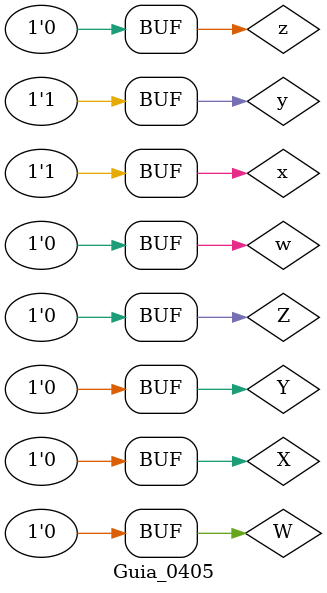
<source format=v>


module SoP (output s1,
            output s2,
            output s3,
            output s4,
            output s5,
            input  x, y, w, z); // mintermos 
 assign s = ( ~x &  y )   // 1 
          | (  x & ~y );  // 2 
endmodule // SoP

// --------------------- 
// PoS 
// --------------------- 

module PoS (output S1,
            output S2,
            output S3,
            output S4,
            output S5,
            input  X, Y, W, Z); 
            // MAXTERMOS 
 assign S = (  X |  Y )  // 0 
          & ( ~X | ~Y ); // 3 
endmodule // PoS 

// --------------------- 
// Guia_0405 
// --------------------- 

module Guia_0405; 
    reg   x = 0, y = 0, w = 0, z = 0; 
    reg   X = 0, Y = 0, W = 0, Z = 0; 
    wire  s1, s2, s3, s4, s5; 
    wire  S1, S2, S3, S4, S5; 
    // instancias 
    SoP SOP (s1, s2, s3, s4, s5, x, y, w, z); 
    PoS POS (S1, S2, S3, S4, S5, X, Y, W, Z); 

    // valores iniciais 
    initial begin: start 
        x=1'bx; y=1'bx;   // indefinidos 
    end 

    // parte principal 
    initial begin: main 
        // identificacao 
        $display("Guia_0405 - Teste \n");  
        // monitoramento 
        $display(" x  y  = s1 s2 s3"); 
        $monitor("%2b %2b  = %2b %2b %2b", x, y, s1, s2, s3); 
        // sinalizacao 
        #1  x=0; y=0; 
        #1  x=0; y=1; 
        #1  x=1; y=0; 
        #1  x=1; y=1; 
    end 

endmodule // Guia_0405 
</source>
